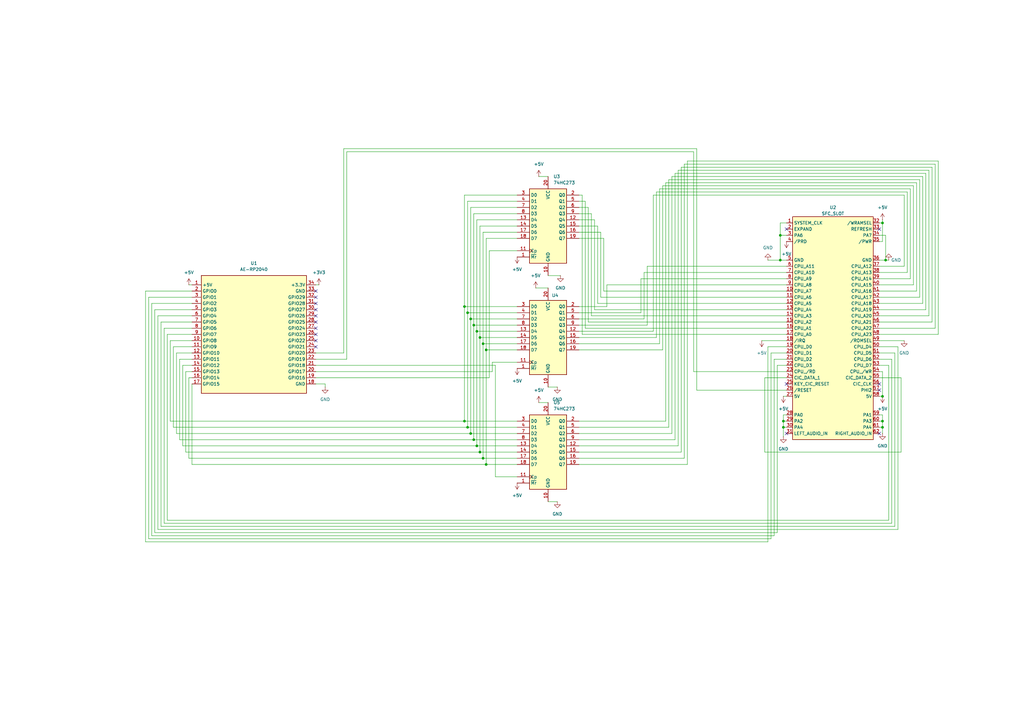
<source format=kicad_sch>
(kicad_sch (version 20231120) (generator "eeschema") (generator_version "8.0")
  (paper "A3")
  (lib_symbols
    (symbol "74xx:74HC273"
      (property "Reference" "U" (at -7.62 16.51 0))
      (property "Value" "74HC273" (at -7.62 -16.51 0))
      (symbol "74HC273_1_0"
        (pin input line (at -12.7 -12.7 0) (length 5.08) (name "~{Mr}") (number "1"))
        (pin power_in line (at 0 -20.32 90) (length 5.08) (name "GND") (number "10"))
        (pin input clock (at -12.7 -10.16 0) (length 5.08) (name "Cp") (number "11"))
        (pin output line (at 12.7 2.54 180) (length 5.08) (name "Q4") (number "12"))
        (pin input line (at -12.7 2.54 0) (length 5.08) (name "D4") (number "13"))
        (pin input line (at -12.7 0 0) (length 5.08) (name "D5") (number "14"))
        (pin output line (at 12.7 0 180) (length 5.08) (name "Q5") (number "15"))
        (pin output line (at 12.7 -2.54 180) (length 5.08) (name "Q6") (number "16"))
        (pin input line (at -12.7 -2.54 0) (length 5.08) (name "D6") (number "17"))
        (pin input line (at -12.7 -5.08 0) (length 5.08) (name "D7") (number "18"))
        (pin output line (at 12.7 -5.08 180) (length 5.08) (name "Q7") (number "19"))
        (pin output line (at 12.7 12.7 180) (length 5.08) (name "Q0") (number "2"))
        (pin power_in line (at 0 20.32 270) (length 5.08) (name "VCC") (number "20"))
        (pin input line (at -12.7 12.7 0) (length 5.08) (name "D0") (number "3"))
        (pin input line (at -12.7 10.16 0) (length 5.08) (name "D1") (number "4"))
        (pin output line (at 12.7 10.16 180) (length 5.08) (name "Q1") (number "5"))
        (pin output line (at 12.7 7.62 180) (length 5.08) (name "Q2") (number "6"))
        (pin input line (at -12.7 7.62 0) (length 5.08) (name "D2") (number "7"))
        (pin input line (at -12.7 5.08 0) (length 5.08) (name "D3") (number "8"))
        (pin output line (at 12.7 5.08 180) (length 5.08) (name "Q3") (number "9"))
      )
      (symbol "74HC273_1_1"
        (rectangle (start -7.62 15.24) (end 7.62 -15.24) (stroke (width 0.254)) (fill (type background)))
      )
    )
    (symbol "AE-RP2040:AE-RP2040"
      (property "Reference" "U1" (at 0 46.99 0))
      (property "Value" "AE-RP2040" (at 0 44.45 0))
      (symbol "AE-RP2040_0_1"
        (rectangle (start -21.59 41.91) (end 21.59 -6.35) (stroke (width 0.254)) (fill (type background)))
      )
      (symbol "AE-RP2040_1_1"
        (pin power_out line (at -25.4 38.1 0) (length 3.81) (name "+5V") (number "1"))
        (pin bidirectional line (at -25.4 15.24 0) (length 3.81) (name "GPIO8") (number "10"))
        (pin bidirectional line (at -25.4 12.7 0) (length 3.81) (name "GPIO9") (number "11"))
        (pin bidirectional line (at -25.4 10.16 0) (length 3.81) (name "GPIO10") (number "12"))
        (pin bidirectional line (at -25.4 7.62 0) (length 3.81) (name "GPIO11") (number "13"))
        (pin bidirectional line (at -25.4 5.08 0) (length 3.81) (name "GPIO12") (number "14"))
        (pin bidirectional line (at -25.4 2.54 0) (length 3.81) (name "GPIO13") (number "15"))
        (pin bidirectional line (at -25.4 0 0) (length 3.81) (name "GPIO14") (number "16"))
        (pin bidirectional line (at -25.4 -2.54 0) (length 3.81) (name "GPIO15") (number "17"))
        (pin power_out line (at 25.4 -2.54 180) (length 3.81) (name "GND") (number "18"))
        (pin bidirectional line (at 25.4 0 180) (length 3.81) (name "GPIO16") (number "19"))
        (pin bidirectional line (at -25.4 35.56 0) (length 3.81) (name "GPIO0") (number "2"))
        (pin bidirectional line (at 25.4 2.54 180) (length 3.81) (name "GPIO17") (number "20"))
        (pin bidirectional line (at 25.4 5.08 180) (length 3.81) (name "GPIO18") (number "21"))
        (pin bidirectional line (at 25.4 7.62 180) (length 3.81) (name "GPIO19") (number "22"))
        (pin bidirectional line (at 25.4 10.16 180) (length 3.81) (name "GPIO20") (number "23"))
        (pin bidirectional line (at 25.4 12.7 180) (length 3.81) (name "GPIO21") (number "24"))
        (pin bidirectional line (at 25.4 15.24 180) (length 3.81) (name "GPIO22") (number "25"))
        (pin bidirectional line (at 25.4 17.78 180) (length 3.81) (name "GPIO23") (number "26"))
        (pin bidirectional line (at 25.4 20.32 180) (length 3.81) (name "GPIO24") (number "27"))
        (pin bidirectional line (at 25.4 22.86 180) (length 3.81) (name "GPIO25") (number "28"))
        (pin bidirectional line (at 25.4 25.4 180) (length 3.81) (name "GPIO26") (number "29"))
        (pin bidirectional line (at -25.4 33.02 0) (length 3.81) (name "GPIO1") (number "3"))
        (pin bidirectional line (at 25.4 27.94 180) (length 3.81) (name "GPIO27") (number "30"))
        (pin bidirectional line (at 25.4 30.48 180) (length 3.81) (name "GPIO28") (number "31"))
        (pin bidirectional line (at 25.4 33.02 180) (length 3.81) (name "GPIO29") (number "32"))
        (pin power_out line (at 25.4 35.56 180) (length 3.81) (name "GND") (number "33"))
        (pin power_out line (at 25.4 38.1 180) (length 3.81) (name "+3.3V") (number "34"))
        (pin bidirectional line (at -25.4 30.48 0) (length 3.81) (name "GPIO2") (number "4"))
        (pin bidirectional line (at -25.4 27.94 0) (length 3.81) (name "GPIO3") (number "5"))
        (pin bidirectional line (at -25.4 25.4 0) (length 3.81) (name "GPIO4") (number "6"))
        (pin bidirectional line (at -25.4 22.86 0) (length 3.81) (name "GPIO5") (number "7"))
        (pin bidirectional line (at -25.4 20.32 0) (length 3.81) (name "GPIO6") (number "8"))
        (pin bidirectional line (at -25.4 17.78 0) (length 3.81) (name "GPIO7") (number "9"))
      )
    )
    (symbol "AE-RP2040:SFC_SLOT"
      (property "Reference" "U" (at 0 0 0))
      (property "Value" "SFC_SLOT" (at 0.508 -2.286 0))
      (symbol "SFC_SLOT_0_1"
        (rectangle (start -16.51 46.99) (end 16.51 -44.45) (stroke (width 0.254)) (fill (type background)))
      )
      (symbol "SFC_SLOT_1_1"
        (pin input line (at -19.05 44.45 0) (length 2.54) (name "SYSTEM_CLK") (number "1"))
        (pin input line (at -19.05 16.51 0) (length 2.54) (name "CPU_A7") (number "10"))
        (pin input line (at -19.05 13.97 0) (length 2.54) (name "CPU_A6") (number "11"))
        (pin input line (at -19.05 11.43 0) (length 2.54) (name "CPU_A5") (number "12"))
        (pin input line (at -19.05 8.89 0) (length 2.54) (name "CPU_A4") (number "13"))
        (pin input line (at -19.05 6.35 0) (length 2.54) (name "CPU_A3") (number "14"))
        (pin input line (at -19.05 3.81 0) (length 2.54) (name "CPU_A2") (number "15"))
        (pin input line (at -19.05 1.27 0) (length 2.54) (name "CPU_A1") (number "16"))
        (pin input line (at -19.05 -1.27 0) (length 2.54) (name "CPU_A0") (number "17"))
        (pin input line (at -19.05 -3.81 0) (length 2.54) (name "/IRQ") (number "18"))
        (pin output line (at -19.05 -6.35 0) (length 2.54) (name "CPU_D0") (number "19"))
        (pin bidirectional line (at -19.05 41.91 0) (length 2.54) (name "EXPAND") (number "2"))
        (pin output line (at -19.05 -8.89 0) (length 2.54) (name "CPU_D1") (number "20"))
        (pin output line (at -19.05 -11.43 0) (length 2.54) (name "CPU_D2") (number "21"))
        (pin output line (at -19.05 -13.97 0) (length 2.54) (name "CPU_D3") (number "22"))
        (pin input line (at -19.05 -16.51 0) (length 2.54) (name "CPU_/RD") (number "23"))
        (pin bidirectional line (at -19.05 -19.05 0) (length 2.54) (name "CIC_DATA_1") (number "24"))
        (pin input line (at -19.05 -21.59 0) (length 2.54) (name "KEY_CIC_RESET") (number "25"))
        (pin input line (at -19.05 -24.13 0) (length 2.54) (name "/RESET") (number "26"))
        (pin power_in line (at -19.05 -26.67 0) (length 2.54) (name "5V") (number "27"))
        (pin input line (at -19.05 -34.29 0) (length 2.54) (name "PA0") (number "28"))
        (pin input line (at -19.05 -36.83 0) (length 2.54) (name "PA2") (number "29"))
        (pin input line (at -19.05 39.37 0) (length 2.54) (name "PA6") (number "3"))
        (pin input line (at -19.05 -39.37 0) (length 2.54) (name "PA4") (number "30"))
        (pin output line (at -19.05 -41.91 0) (length 2.54) (name "LEFT_AUDIO_IN") (number "31"))
        (pin input line (at 19.05 44.45 180) (length 2.54) (name "/WRAMSEL") (number "32"))
        (pin bidirectional line (at 19.05 41.91 180) (length 2.54) (name "REFRESH") (number "33"))
        (pin input line (at 19.05 39.37 180) (length 2.54) (name "PA7") (number "34"))
        (pin input line (at 19.05 36.83 180) (length 2.54) (name "/PWR") (number "35"))
        (pin power_in line (at 19.05 29.21 180) (length 2.54) (name "GND") (number "36"))
        (pin input line (at 19.05 26.67 180) (length 2.54) (name "CPU_A12") (number "37"))
        (pin input line (at 19.05 24.13 180) (length 2.54) (name "CPU_A13") (number "38"))
        (pin input line (at 19.05 21.59 180) (length 2.54) (name "CPU_A14") (number "39"))
        (pin input line (at -19.05 36.83 0) (length 2.54) (name "/PRD") (number "4"))
        (pin input line (at 19.05 19.05 180) (length 2.54) (name "CPU_A15") (number "40"))
        (pin input line (at 19.05 16.51 180) (length 2.54) (name "CPU_A16") (number "41"))
        (pin input line (at 19.05 13.97 180) (length 2.54) (name "CPU_A17") (number "42"))
        (pin input line (at 19.05 11.43 180) (length 2.54) (name "CPU_A18") (number "43"))
        (pin input line (at 19.05 8.89 180) (length 2.54) (name "CPU_A19") (number "44"))
        (pin input line (at 19.05 6.35 180) (length 2.54) (name "CPU_A20") (number "45"))
        (pin input line (at 19.05 3.81 180) (length 2.54) (name "CPU_A21") (number "46"))
        (pin input line (at 19.05 1.27 180) (length 2.54) (name "CPU_A22") (number "47"))
        (pin input line (at 19.05 -1.27 180) (length 2.54) (name "CPU_A23") (number "48"))
        (pin input line (at 19.05 -3.81 180) (length 2.54) (name "/ROMSEL") (number "49"))
        (pin power_in line (at -19.05 29.21 0) (length 2.54) (name "GND") (number "5"))
        (pin output line (at 19.05 -6.35 180) (length 2.54) (name "CPU_D4") (number "50"))
        (pin output line (at 19.05 -8.89 180) (length 2.54) (name "CPU_D5") (number "51"))
        (pin output line (at 19.05 -11.43 180) (length 2.54) (name "CPU_D6") (number "52"))
        (pin output line (at 19.05 -13.97 180) (length 2.54) (name "CPU_D7") (number "53"))
        (pin input line (at 19.05 -16.51 180) (length 2.54) (name "CPU_/WR") (number "54"))
        (pin bidirectional line (at 19.05 -19.05 180) (length 2.54) (name "CIC_DATA_2") (number "55"))
        (pin bidirectional line (at 19.05 -21.59 180) (length 2.54) (name "CIC_CLK") (number "56"))
        (pin bidirectional line (at 19.05 -24.13 180) (length 2.54) (name "PHI2") (number "57"))
        (pin power_in line (at 19.05 -26.67 180) (length 2.54) (name "5V") (number "58"))
        (pin input line (at 19.05 -34.29 180) (length 2.54) (name "PA1") (number "59"))
        (pin input line (at -19.05 26.67 0) (length 2.54) (name "CPU_A11") (number "6"))
        (pin input line (at 19.05 -36.83 180) (length 2.54) (name "PA3") (number "60"))
        (pin input line (at 19.05 -39.37 180) (length 2.54) (name "PA4") (number "61"))
        (pin output line (at 19.05 -41.91 180) (length 2.54) (name "RIGHT_AUDIO_IN") (number "62"))
        (pin input line (at -19.05 24.13 0) (length 2.54) (name "CPU_A10") (number "7"))
        (pin input line (at -19.05 21.59 0) (length 2.54) (name "CPU_A9") (number "8"))
        (pin input line (at -19.05 19.05 0) (length 2.54) (name "CPU_A8") (number "9"))
      )
    )
    (symbol "power:+3V3" (power) (pin_numbers hide) (pin_names (offset 0) hide)
      (property "Value" "+3V3" (at 0 3.556 0))
      (symbol "+3V3_0_1"
        (polyline (pts (xy -0.762 1.27) (xy 0 2.54)))
        (polyline (pts (xy 0 0) (xy 0 2.54)))
        (polyline (pts (xy 0 2.54) (xy 0.762 1.27)))
      )
      (symbol "+3V3_1_1"
        (pin power_in line (at 0 0 90) (length 0) (name "~") (number "1"))
      )
    )
    (symbol "power:+5V" (power) (pin_numbers hide) (pin_names (offset 0) hide)
      (property "Value" "+5V" (at 0 3.556 0))
      (symbol "+5V_0_1"
        (polyline (pts (xy -0.762 1.27) (xy 0 2.54)))
        (polyline (pts (xy 0 0) (xy 0 2.54)))
        (polyline (pts (xy 0 2.54) (xy 0.762 1.27)))
      )
      (symbol "+5V_1_1"
        (pin power_in line (at 0 0 90) (length 0) (name "~") (number "1"))
      )
    )
    (symbol "power:GND" (power) (pin_numbers hide) (pin_names (offset 0) hide)
      (property "Value" "GND" (at 0 -3.81 0))
      (symbol "GND_0_1"
        (polyline (pts (xy 0 0) (xy 0 -1.27) (xy 1.27 -1.27) (xy 0 -2.54) (xy -1.27 -1.27) (xy 0 -1.27)))
      )
      (symbol "GND_1_1"
        (pin power_in line (at 0 0 270) (length 0) (name "~") (number "1"))
      )
    )
  )
  (junction (at 198.12 187.96))
  (junction (at 196.85 138.43))
  (junction (at 361.95 175.26))
  (junction (at 194.31 180.34))
  (junction (at 320.04 106.68))
  (junction (at 320.04 96.52))
  (junction (at 361.95 162.56))
  (junction (at 191.77 128.27))
  (junction (at 195.58 182.88))
  (junction (at 196.85 185.42))
  (junction (at 190.5 172.72))
  (junction (at 195.58 135.89))
  (junction (at 321.31 175.26))
  (junction (at 199.39 143.51))
  (junction (at 363.22 106.68))
  (junction (at 191.77 175.26))
  (junction (at 361.95 172.72))
  (junction (at 361.95 91.44))
  (junction (at 193.04 177.8))
  (junction (at 190.5 125.73))
  (junction (at 198.12 140.97))
  (junction (at 193.04 130.81))
  (junction (at 321.31 172.72))
  (junction (at 199.39 190.5))
  (junction (at 194.31 133.35))
  (no_connect (at 322.58 157.48))
  (no_connect (at 129.54 137.16))
  (no_connect (at 360.68 157.48))
  (no_connect (at 129.54 129.54))
  (no_connect (at 129.54 142.24))
  (no_connect (at 129.54 134.62))
  (no_connect (at 360.68 93.98))
  (no_connect (at 129.54 121.92))
  (no_connect (at 129.54 124.46))
  (no_connect (at 360.68 177.8))
  (no_connect (at 322.58 93.98))
  (no_connect (at 322.58 177.8))
  (no_connect (at 360.68 160.02))
  (no_connect (at 129.54 119.38))
  (no_connect (at 129.54 139.7))
  (no_connect (at 129.54 132.08))
  (no_connect (at 129.54 127))
  (wire (pts (xy 237.49 140.97) (xy 270.51 140.97)))
  (wire (pts (xy 229.87 113.03) (xy 224.79 113.03)))
  (wire (pts (xy 212.09 143.51) (xy 199.39 143.51)))
  (wire (pts (xy 281.94 190.5) (xy 281.94 66.04)))
  (wire (pts (xy 228.6 158.75) (xy 224.79 158.75)))
  (wire (pts (xy 72.39 144.78) (xy 72.39 177.8)))
  (wire (pts (xy 241.3 85.09) (xy 241.3 132.08)))
  (wire (pts (xy 246.38 121.92) (xy 322.58 121.92)))
  (wire (pts (xy 374.65 116.84) (xy 360.68 116.84)))
  (wire (pts (xy 74.93 149.86) (xy 74.93 182.88)))
  (wire (pts (xy 78.74 121.92) (xy 60.96 121.92)))
  (wire (pts (xy 382.27 132.08) (xy 360.68 132.08)))
  (wire (pts (xy 269.24 138.43) (xy 269.24 78.74)))
  (wire (pts (xy 237.49 177.8) (xy 275.59 177.8)))
  (wire (pts (xy 198.12 140.97) (xy 198.12 187.96)))
  (wire (pts (xy 262.89 114.3) (xy 322.58 114.3)))
  (wire (pts (xy 71.12 142.24) (xy 71.12 175.26)))
  (wire (pts (xy 320.04 106.68) (xy 322.58 106.68)))
  (wire (pts (xy 275.59 72.39) (xy 378.46 72.39)))
  (wire (pts (xy 242.57 87.63) (xy 242.57 129.54)))
  (wire (pts (xy 129.54 152.4) (xy 201.93 152.4)))
  (wire (pts (xy 360.68 91.44) (xy 361.95 91.44)))
  (wire (pts (xy 190.5 125.73) (xy 190.5 80.01)))
  (wire (pts (xy 322.58 162.56) (xy 321.31 162.56)))
  (wire (pts (xy 212.09 92.71) (xy 196.85 92.71)))
  (wire (pts (xy 195.58 135.89) (xy 212.09 135.89)))
  (wire (pts (xy 322.58 147.32) (xy 317.5 147.32)))
  (wire (pts (xy 365.76 214.63) (xy 67.31 214.63)))
  (wire (pts (xy 64.77 217.17) (xy 64.77 129.54)))
  (wire (pts (xy 322.58 172.72) (xy 321.31 172.72)))
  (wire (pts (xy 374.65 76.2) (xy 374.65 116.84)))
  (wire (pts (xy 59.69 222.25) (xy 59.69 119.38)))
  (wire (pts (xy 198.12 95.25) (xy 198.12 140.97)))
  (wire (pts (xy 200.66 102.87) (xy 212.09 102.87)))
  (wire (pts (xy 368.3 142.24) (xy 368.3 217.17)))
  (wire (pts (xy 78.74 144.78) (xy 72.39 144.78)))
  (wire (pts (xy 262.89 128.27) (xy 262.89 114.3)))
  (wire (pts (xy 314.96 106.68) (xy 320.04 106.68)))
  (wire (pts (xy 194.31 180.34) (xy 212.09 180.34)))
  (wire (pts (xy 237.49 182.88) (xy 278.13 182.88)))
  (wire (pts (xy 361.95 170.18) (xy 361.95 172.72)))
  (wire (pts (xy 195.58 182.88) (xy 212.09 182.88)))
  (wire (pts (xy 316.23 220.98) (xy 316.23 144.78)))
  (wire (pts (xy 191.77 128.27) (xy 191.77 175.26)))
  (wire (pts (xy 360.68 96.52) (xy 363.22 96.52)))
  (wire (pts (xy 320.04 96.52) (xy 320.04 106.68)))
  (wire (pts (xy 212.09 130.81) (xy 193.04 130.81)))
  (wire (pts (xy 360.68 147.32) (xy 365.76 147.32)))
  (wire (pts (xy 73.66 147.32) (xy 73.66 180.34)))
  (wire (pts (xy 264.16 130.81) (xy 264.16 111.76)))
  (wire (pts (xy 193.04 130.81) (xy 193.04 177.8)))
  (wire (pts (xy 237.49 85.09) (xy 241.3 85.09)))
  (wire (pts (xy 322.58 152.4) (xy 284.48 152.4)))
  (wire (pts (xy 190.5 125.73) (xy 190.5 172.72)))
  (wire (pts (xy 74.93 182.88) (xy 195.58 182.88)))
  (wire (pts (xy 247.65 97.79) (xy 247.65 119.38)))
  (wire (pts (xy 142.24 62.23) (xy 284.48 62.23)))
  (wire (pts (xy 285.75 60.96) (xy 140.97 60.96)))
  (wire (pts (xy 321.31 170.18) (xy 321.31 172.72)))
  (wire (pts (xy 212.09 82.55) (xy 191.77 82.55)))
  (wire (pts (xy 142.24 147.32) (xy 142.24 62.23)))
  (wire (pts (xy 243.84 127) (xy 322.58 127)))
  (wire (pts (xy 360.68 152.4) (xy 361.95 152.4)))
  (wire (pts (xy 365.76 147.32) (xy 365.76 214.63)))
  (wire (pts (xy 237.49 172.72) (xy 273.05 172.72)))
  (wire (pts (xy 78.74 137.16) (xy 68.58 137.16)))
  (wire (pts (xy 269.24 78.74) (xy 372.11 78.74)))
  (wire (pts (xy 59.69 119.38) (xy 78.74 119.38)))
  (wire (pts (xy 360.68 142.24) (xy 368.3 142.24)))
  (wire (pts (xy 360.68 106.68) (xy 363.22 106.68)))
  (wire (pts (xy 373.38 77.47) (xy 373.38 114.3)))
  (wire (pts (xy 370.84 80.01) (xy 370.84 109.22)))
  (wire (pts (xy 212.09 90.17) (xy 195.58 90.17)))
  (wire (pts (xy 245.11 92.71) (xy 245.11 124.46)))
  (wire (pts (xy 194.31 133.35) (xy 194.31 180.34)))
  (wire (pts (xy 193.04 85.09) (xy 193.04 130.81)))
  (wire (pts (xy 240.03 134.62) (xy 322.58 134.62)))
  (wire (pts (xy 67.31 214.63) (xy 67.31 134.62)))
  (wire (pts (xy 191.77 82.55) (xy 191.77 128.27)))
  (wire (pts (xy 237.49 95.25) (xy 246.38 95.25)))
  (wire (pts (xy 66.04 132.08) (xy 66.04 215.9)))
  (wire (pts (xy 237.49 87.63) (xy 242.57 87.63)))
  (wire (pts (xy 195.58 135.89) (xy 195.58 182.88)))
  (wire (pts (xy 195.58 90.17) (xy 195.58 135.89)))
  (wire (pts (xy 243.84 90.17) (xy 243.84 127)))
  (wire (pts (xy 237.49 125.73) (xy 248.92 125.73)))
  (wire (pts (xy 284.48 62.23) (xy 284.48 152.4)))
  (wire (pts (xy 78.74 157.48) (xy 78.74 190.5)))
  (wire (pts (xy 377.19 121.92) (xy 360.68 121.92)))
  (wire (pts (xy 361.95 175.26) (xy 361.95 177.8)))
  (wire (pts (xy 317.5 147.32) (xy 317.5 219.71)))
  (wire (pts (xy 322.58 170.18) (xy 321.31 170.18)))
  (wire (pts (xy 279.4 185.42) (xy 279.4 68.58)))
  (wire (pts (xy 237.49 180.34) (xy 276.86 180.34)))
  (wire (pts (xy 68.58 137.16) (xy 68.58 213.36)))
  (wire (pts (xy 241.3 132.08) (xy 322.58 132.08)))
  (wire (pts (xy 237.49 80.01) (xy 238.76 80.01)))
  (wire (pts (xy 381 69.85) (xy 381 129.54)))
  (wire (pts (xy 219.71 118.11) (xy 224.79 118.11)))
  (wire (pts (xy 237.49 187.96) (xy 280.67 187.96)))
  (wire (pts (xy 375.92 119.38) (xy 360.68 119.38)))
  (wire (pts (xy 369.57 185.42) (xy 369.57 154.94)))
  (wire (pts (xy 360.68 172.72) (xy 361.95 172.72)))
  (wire (pts (xy 66.04 215.9) (xy 367.03 215.9)))
  (wire (pts (xy 62.23 219.71) (xy 62.23 124.46)))
  (wire (pts (xy 279.4 68.58) (xy 382.27 68.58)))
  (wire (pts (xy 237.49 128.27) (xy 262.89 128.27)))
  (wire (pts (xy 198.12 187.96) (xy 212.09 187.96)))
  (wire (pts (xy 322.58 160.02) (xy 285.75 160.02)))
  (wire (pts (xy 199.39 97.79) (xy 199.39 143.51)))
  (wire (pts (xy 247.65 119.38) (xy 322.58 119.38)))
  (wire (pts (xy 285.75 160.02) (xy 285.75 60.96)))
  (wire (pts (xy 77.47 154.94) (xy 77.47 187.96)))
  (wire (pts (xy 276.86 180.34) (xy 276.86 71.12)))
  (wire (pts (xy 77.47 116.84) (xy 78.74 116.84)))
  (wire (pts (xy 133.35 157.48) (xy 129.54 157.48)))
  (wire (pts (xy 382.27 68.58) (xy 382.27 132.08)))
  (wire (pts (xy 60.96 121.92) (xy 60.96 220.98)))
  (wire (pts (xy 220.98 165.1) (xy 224.79 165.1)))
  (wire (pts (xy 270.51 140.97) (xy 270.51 77.47)))
  (wire (pts (xy 271.78 76.2) (xy 374.65 76.2)))
  (wire (pts (xy 238.76 80.01) (xy 238.76 137.16)))
  (wire (pts (xy 273.05 74.93) (xy 375.92 74.93)))
  (wire (pts (xy 78.74 139.7) (xy 69.85 139.7)))
  (wire (pts (xy 129.54 147.32) (xy 142.24 147.32)))
  (wire (pts (xy 190.5 125.73) (xy 212.09 125.73)))
  (wire (pts (xy 379.73 127) (xy 360.68 127)))
  (wire (pts (xy 237.49 135.89) (xy 267.97 135.89)))
  (wire (pts (xy 381 129.54) (xy 360.68 129.54)))
  (wire (pts (xy 69.85 172.72) (xy 190.5 172.72)))
  (wire (pts (xy 360.68 175.26) (xy 361.95 175.26)))
  (wire (pts (xy 237.49 90.17) (xy 243.84 90.17)))
  (wire (pts (xy 78.74 154.94) (xy 77.47 154.94)))
  (wire (pts (xy 367.03 215.9) (xy 367.03 144.78)))
  (wire (pts (xy 237.49 143.51) (xy 271.78 143.51)))
  (wire (pts (xy 274.32 73.66) (xy 377.19 73.66)))
  (wire (pts (xy 361.95 99.06) (xy 361.95 91.44)))
  (wire (pts (xy 220.98 72.39) (xy 224.79 72.39)))
  (wire (pts (xy 201.93 152.4) (xy 201.93 148.59)))
  (wire (pts (xy 313.69 185.42) (xy 369.57 185.42)))
  (wire (pts (xy 62.23 124.46) (xy 78.74 124.46)))
  (wire (pts (xy 63.5 127) (xy 63.5 218.44)))
  (wire (pts (xy 63.5 218.44) (xy 318.77 218.44)))
  (wire (pts (xy 196.85 138.43) (xy 212.09 138.43)))
  (wire (pts (xy 224.79 205.74) (xy 228.6 205.74)))
  (wire (pts (xy 322.58 91.44) (xy 320.04 91.44)))
  (wire (pts (xy 322.58 154.94) (xy 313.69 154.94)))
  (wire (pts (xy 196.85 138.43) (xy 196.85 185.42)))
  (wire (pts (xy 237.49 185.42) (xy 279.4 185.42)))
  (wire (pts (xy 203.2 195.58) (xy 212.09 195.58)))
  (wire (pts (xy 71.12 175.26) (xy 191.77 175.26)))
  (wire (pts (xy 373.38 114.3) (xy 360.68 114.3)))
  (wire (pts (xy 237.49 97.79) (xy 247.65 97.79)))
  (wire (pts (xy 237.49 82.55) (xy 240.03 82.55)))
  (wire (pts (xy 370.84 109.22) (xy 360.68 109.22)))
  (wire (pts (xy 318.77 149.86) (xy 322.58 149.86)))
  (wire (pts (xy 318.77 218.44) (xy 318.77 149.86)))
  (wire (pts (xy 267.97 135.89) (xy 267.97 80.01)))
  (wire (pts (xy 271.78 143.51) (xy 271.78 76.2)))
  (wire (pts (xy 314.96 142.24) (xy 314.96 222.25)))
  (wire (pts (xy 313.69 154.94) (xy 313.69 185.42)))
  (wire (pts (xy 129.54 154.94) (xy 200.66 154.94)))
  (wire (pts (xy 274.32 175.26) (xy 274.32 73.66)))
  (wire (pts (xy 280.67 187.96) (xy 280.67 67.31)))
  (wire (pts (xy 73.66 180.34) (xy 194.31 180.34)))
  (wire (pts (xy 237.49 133.35) (xy 265.43 133.35)))
  (wire (pts (xy 76.2 185.42) (xy 196.85 185.42)))
  (wire (pts (xy 78.74 152.4) (xy 76.2 152.4)))
  (wire (pts (xy 321.31 175.26) (xy 321.31 179.07)))
  (wire (pts (xy 78.74 127) (xy 63.5 127)))
  (wire (pts (xy 360.68 170.18) (xy 361.95 170.18)))
  (wire (pts (xy 199.39 143.51) (xy 199.39 190.5)))
  (wire (pts (xy 312.42 139.7) (xy 322.58 139.7)))
  (wire (pts (xy 265.43 133.35) (xy 265.43 109.22)))
  (wire (pts (xy 193.04 177.8) (xy 212.09 177.8)))
  (wire (pts (xy 377.19 73.66) (xy 377.19 121.92)))
  (wire (pts (xy 363.22 96.52) (xy 363.22 106.68)))
  (wire (pts (xy 212.09 140.97) (xy 198.12 140.97)))
  (wire (pts (xy 237.49 130.81) (xy 264.16 130.81)))
  (wire (pts (xy 361.95 172.72) (xy 361.95 175.26)))
  (wire (pts (xy 212.09 172.72) (xy 190.5 172.72)))
  (wire (pts (xy 60.96 220.98) (xy 316.23 220.98)))
  (wire (pts (xy 196.85 92.71) (xy 196.85 138.43)))
  (wire (pts (xy 265.43 109.22) (xy 322.58 109.22)))
  (wire (pts (xy 212.09 85.09) (xy 193.04 85.09)))
  (wire (pts (xy 360.68 139.7) (xy 370.84 139.7)))
  (wire (pts (xy 367.03 144.78) (xy 360.68 144.78)))
  (wire (pts (xy 245.11 124.46) (xy 322.58 124.46)))
  (wire (pts (xy 212.09 128.27) (xy 191.77 128.27)))
  (wire (pts (xy 237.49 92.71) (xy 245.11 92.71)))
  (wire (pts (xy 383.54 134.62) (xy 360.68 134.62)))
  (wire (pts (xy 375.92 74.93) (xy 375.92 119.38)))
  (wire (pts (xy 246.38 95.25) (xy 246.38 121.92)))
  (wire (pts (xy 212.09 87.63) (xy 194.31 87.63)))
  (wire (pts (xy 190.5 80.01) (xy 212.09 80.01)))
  (wire (pts (xy 130.81 116.84) (xy 129.54 116.84)))
  (wire (pts (xy 369.57 154.94) (xy 360.68 154.94)))
  (wire (pts (xy 240.03 82.55) (xy 240.03 134.62)))
  (wire (pts (xy 196.85 185.42) (xy 212.09 185.42)))
  (wire (pts (xy 273.05 172.72) (xy 273.05 74.93)))
  (wire (pts (xy 201.93 148.59) (xy 212.09 148.59)))
  (wire (pts (xy 78.74 149.86) (xy 74.93 149.86)))
  (wire (pts (xy 372.11 111.76) (xy 360.68 111.76)))
  (wire (pts (xy 140.97 60.96) (xy 140.97 144.78)))
  (wire (pts (xy 278.13 69.85) (xy 381 69.85)))
  (wire (pts (xy 69.85 139.7) (xy 69.85 172.72)))
  (wire (pts (xy 200.66 154.94) (xy 200.66 102.87)))
  (wire (pts (xy 314.96 222.25) (xy 59.69 222.25)))
  (wire (pts (xy 379.73 71.12) (xy 379.73 127)))
  (wire (pts (xy 276.86 71.12) (xy 379.73 71.12)))
  (wire (pts (xy 361.95 152.4) (xy 361.95 162.56)))
  (wire (pts (xy 267.97 80.01) (xy 370.84 80.01)))
  (wire (pts (xy 237.49 138.43) (xy 269.24 138.43)))
  (wire (pts (xy 212.09 97.79) (xy 199.39 97.79)))
  (wire (pts (xy 360.68 99.06) (xy 361.95 99.06)))
  (wire (pts (xy 242.57 129.54) (xy 322.58 129.54)))
  (wire (pts (xy 378.46 72.39) (xy 378.46 124.46)))
  (wire (pts (xy 78.74 147.32) (xy 73.66 147.32)))
  (wire (pts (xy 76.2 152.4) (xy 76.2 185.42)))
  (wire (pts (xy 317.5 219.71) (xy 62.23 219.71)))
  (wire (pts (xy 281.94 66.04) (xy 384.81 66.04)))
  (wire (pts (xy 72.39 177.8) (xy 193.04 177.8)))
  (wire (pts (xy 372.11 78.74) (xy 372.11 111.76)))
  (wire (pts (xy 199.39 190.5) (xy 212.09 190.5)))
  (wire (pts (xy 212.09 95.25) (xy 198.12 95.25)))
  (wire (pts (xy 194.31 133.35) (xy 212.09 133.35)))
  (wire (pts (xy 360.68 162.56) (xy 361.95 162.56)))
  (wire (pts (xy 191.77 175.26) (xy 212.09 175.26)))
  (wire (pts (xy 322.58 96.52) (xy 320.04 96.52)))
  (wire (pts (xy 129.54 149.86) (xy 203.2 149.86)))
  (wire (pts (xy 321.31 172.72) (xy 321.31 175.26)))
  (wire (pts (xy 237.49 175.26) (xy 274.32 175.26)))
  (wire (pts (xy 383.54 67.31) (xy 383.54 134.62)))
  (wire (pts (xy 78.74 190.5) (xy 199.39 190.5)))
  (wire (pts (xy 270.51 77.47) (xy 373.38 77.47)))
  (wire (pts (xy 68.58 213.36) (xy 364.49 213.36)))
  (wire (pts (xy 140.97 144.78) (xy 129.54 144.78)))
  (wire (pts (xy 316.23 144.78) (xy 322.58 144.78)))
  (wire (pts (xy 280.67 67.31) (xy 383.54 67.31)))
  (wire (pts (xy 275.59 177.8) (xy 275.59 72.39)))
  (wire (pts (xy 133.35 158.75) (xy 133.35 157.48)))
  (wire (pts (xy 238.76 137.16) (xy 322.58 137.16)))
  (wire (pts (xy 368.3 217.17) (xy 64.77 217.17)))
  (wire (pts (xy 378.46 124.46) (xy 360.68 124.46)))
  (wire (pts (xy 322.58 175.26) (xy 321.31 175.26)))
  (wire (pts (xy 320.04 91.44) (xy 320.04 96.52)))
  (wire (pts (xy 264.16 111.76) (xy 322.58 111.76)))
  (wire (pts (xy 363.22 106.68) (xy 364.49 106.68)))
  (wire (pts (xy 64.77 129.54) (xy 78.74 129.54)))
  (wire (pts (xy 361.95 90.17) (xy 361.95 91.44)))
  (wire (pts (xy 384.81 137.16) (xy 360.68 137.16)))
  (wire (pts (xy 364.49 213.36) (xy 364.49 149.86)))
  (wire (pts (xy 203.2 149.86) (xy 203.2 195.58)))
  (wire (pts (xy 77.47 187.96) (xy 198.12 187.96)))
  (wire (pts (xy 237.49 190.5) (xy 281.94 190.5)))
  (wire (pts (xy 384.81 66.04) (xy 384.81 137.16)))
  (wire (pts (xy 278.13 182.88) (xy 278.13 69.85)))
  (wire (pts (xy 78.74 142.24) (xy 71.12 142.24)))
  (wire (pts (xy 78.74 132.08) (xy 66.04 132.08)))
  (wire (pts (xy 248.92 125.73) (xy 248.92 116.84)))
  (wire (pts (xy 194.31 87.63) (xy 194.31 133.35)))
  (wire (pts (xy 67.31 134.62) (xy 78.74 134.62)))
  (wire (pts (xy 248.92 116.84) (xy 322.58 116.84)))
  (wire (pts (xy 364.49 149.86) (xy 360.68 149.86)))
  (wire (pts (xy 322.58 142.24) (xy 314.96 142.24)))
  (symbol (lib_id "power:+5V") (at 212.09 105.41 0) (mirror x) (unit 1)
    (property "Reference" "#PWR016" (effects (hide yes)))
    (property "Value" "+5V" (at 212.09 110.49 0))
    (property "Description" "Power symbol creates a global label with name \"+5V\"" (effects (hide yes)))
  )
  (symbol (lib_id "74xx:74HC273") (at 224.79 138.43 0) (unit 1)
    (property "Reference" "U4" (at 226.314 121.158 0) (effects (justify left)))
    (property "Value" "74HC273" (effects (hide yes)))
    (property "Footprint" "Package_DIP:DIP-20_W7.62mm_Socket" (effects (hide yes)))
    (property "Datasheet" "https://assets.nexperia.com/documents/data-sheet/74HC_HCT273.pdf" (effects (hide yes)))
    (property "Description" "8-bit D Flip-Flop, reset" (effects (hide yes)))
  )
  (symbol (lib_id "power:+5V") (at 77.47 116.84 0) (unit 1)
    (property "Reference" "#PWR06" (effects (hide yes)))
    (property "Value" "+5V" (at 77.47 111.76 0))
    (property "Description" "Power symbol creates a global label with name \"+5V\"" (effects (hide yes)))
  )
  (symbol (lib_id "AE-RP2040:SFC_SLOT") (at 341.63 135.89 0) (unit 1)
    (property "Reference" "U2" (at 341.63 85.09 0))
    (property "Value" "SFC_SLOT" (at 341.63 87.63 0))
    (property "Footprint" "snes-dumper:SFC_CART" (effects (hide yes)))
  )
  (symbol (lib_id "power:+5V") (at 361.95 90.17 0) (unit 1)
    (property "Reference" "#PWR014" (effects (hide yes)))
    (property "Value" "+5V" (at 361.95 85.09 0))
    (property "Description" "Power symbol creates a global label with name \"+5V\"" (effects (hide yes)))
  )
  (symbol (lib_id "AE-RP2040:AE-RP2040") (at 104.14 154.94 0) (unit 1)
    (property "Reference" "U1" (at 104.14 107.95 0))
    (property "Value" "AE-RP2040" (at 104.14 110.49 0))
    (property "Footprint" "AE-RP2040" (effects (hide yes)))
    (property "Description" "AE-RP2040" (effects (hide yes)))
  )
  (symbol (lib_id "power:GND") (at 228.6 158.75 0) (unit 1)
    (property "Reference" "#PWR010" (effects (hide yes)))
    (property "Value" "GND" (at 228.6 163.83 0))
    (property "Description" "Power symbol creates a global label with name \"GND\" , ground" (effects (hide yes)))
  )
  (symbol (lib_id "power:GND") (at 229.87 113.03 0) (unit 1)
    (property "Reference" "#PWR012" (effects (hide yes)))
    (property "Value" "GND" (at 229.87 118.11 0))
    (property "Description" "Power symbol creates a global label with name \"GND\" , ground" (effects (hide yes)))
  )
  (symbol (lib_id "power:+5V") (at 312.42 139.7 0) (mirror x) (unit 1)
    (property "Reference" "#PWR020" (effects (hide yes)))
    (property "Value" "+5V" (at 312.42 144.78 0))
    (property "Description" "Power symbol creates a global label with name \"+5V\"" (effects (hide yes)))
  )
  (symbol (lib_id "power:GND") (at 133.35 158.75 0) (unit 1)
    (property "Reference" "#PWR08" (effects (hide yes)))
    (property "Value" "GND" (at 133.35 163.83 0))
    (property "Description" "Power symbol creates a global label with name \"GND\" , ground" (effects (hide yes)))
  )
  (symbol (lib_id "74xx:74HC273") (at 224.79 92.71 0) (unit 1)
    (property "Reference" "U3" (at 226.9841 72.39 0) (effects (justify left)))
    (property "Value" "74HC273" (at 226.9841 74.93 0) (effects (justify left)))
    (property "Footprint" "Package_DIP:DIP-20_W7.62mm_Socket" (effects (hide yes)))
    (property "Datasheet" "https://assets.nexperia.com/documents/data-sheet/74HC_HCT273.pdf" (effects (hide yes)))
    (property "Description" "8-bit D Flip-Flop, reset" (effects (hide yes)))
  )
  (symbol (lib_id "power:GND") (at 314.96 106.68 0) (mirror x) (unit 1)
    (property "Reference" "#PWR018" (effects (hide yes)))
    (property "Value" "GND" (at 314.96 101.6 0))
    (property "Description" "Power symbol creates a global label with name \"GND\" , ground" (effects (hide yes)))
  )
  (symbol (lib_id "power:GND") (at 370.84 139.7 0) (unit 1)
    (property "Reference" "#PWR021" (effects (hide yes)))
    (property "Value" "GND" (at 370.84 144.78 0))
    (property "Description" "Power symbol creates a global label with name \"GND\" , ground" (effects (hide yes)))
  )
  (symbol (lib_id "power:+5V") (at 212.09 198.12 0) (mirror x) (unit 1)
    (property "Reference" "#PWR017" (effects (hide yes)))
    (property "Value" "+5V" (at 212.09 203.2 0))
    (property "Description" "Power symbol creates a global label with name \"+5V\"" (effects (hide yes)))
  )
  (symbol (lib_id "power:+5V") (at 212.09 151.13 0) (mirror x) (unit 1)
    (property "Reference" "#PWR015" (effects (hide yes)))
    (property "Value" "+5V" (at 212.09 156.21 0))
    (property "Description" "Power symbol creates a global label with name \"+5V\"" (effects (hide yes)))
  )
  (symbol (lib_id "power:+5V") (at 321.31 162.56 0) (mirror x) (unit 1)
    (property "Reference" "#PWR04" (effects (hide yes)))
    (property "Value" "+5V" (at 321.31 167.64 0))
    (property "Description" "Power symbol creates a global label with name \"+5V\"" (effects (hide yes)))
  )
  (symbol (lib_id "power:+5V") (at 219.71 118.11 0) (unit 1)
    (property "Reference" "#PWR02" (effects (hide yes)))
    (property "Value" "+5V" (at 219.71 113.03 0))
    (property "Description" "Power symbol creates a global label with name \"+5V\"" (effects (hide yes)))
  )
  (symbol (lib_id "power:GND") (at 228.6 205.74 0) (unit 1)
    (property "Reference" "#PWR011" (effects (hide yes)))
    (property "Value" "GND" (at 228.6 210.82 0))
    (property "Description" "Power symbol creates a global label with name \"GND\" , ground" (effects (hide yes)))
  )
  (symbol (lib_id "power:+5V") (at 220.98 72.39 0) (unit 1)
    (property "Reference" "#PWR01" (effects (hide yes)))
    (property "Value" "+5V" (at 220.98 67.31 0))
    (property "Description" "Power symbol creates a global label with name \"+5V\"" (effects (hide yes)))
  )
  (symbol (lib_id "power:+5V") (at 220.98 165.1 0) (unit 1)
    (property "Reference" "#PWR03" (effects (hide yes)))
    (property "Value" "+5V" (at 220.98 160.02 0))
    (property "Description" "Power symbol creates a global label with name \"+5V\"" (effects (hide yes)))
  )
  (symbol (lib_id "power:+3V3") (at 130.81 116.84 0) (unit 1)
    (property "Reference" "#PWR07" (effects (hide yes)))
    (property "Value" "+3V3" (at 130.81 111.76 0))
    (property "Description" "Power symbol creates a global label with name \"+3V3\"" (effects (hide yes)))
  )
  (symbol (lib_id "power:+5V") (at 361.95 162.56 0) (mirror x) (unit 1)
    (property "Reference" "#PWR05" (effects (hide yes)))
    (property "Value" "+5V" (at 361.95 167.64 0))
    (property "Description" "Power symbol creates a global label with name \"+5V\"" (effects (hide yes)))
  )
  (symbol (lib_id "power:GND") (at 321.31 179.07 0) (unit 1)
    (property "Reference" "#PWR029" (effects (hide yes)))
    (property "Value" "GND" (at 321.31 184.15 0))
    (property "Description" "Power symbol creates a global label with name \"GND\" , ground" (effects (hide yes)))
  )
  (symbol (lib_id "74xx:74HC273") (at 224.79 185.42 0) (unit 1)
    (property "Reference" "U5" (at 226.9841 165.1 0) (effects (justify left)))
    (property "Value" "74HC273" (at 226.9841 167.64 0) (effects (justify left)))
    (property "Footprint" "Package_DIP:DIP-20_W7.62mm_Socket" (effects (hide yes)))
    (property "Datasheet" "https://assets.nexperia.com/documents/data-sheet/74HC_HCT273.pdf" (effects (hide yes)))
    (property "Description" "8-bit D Flip-Flop, reset" (effects (hide yes)))
  )
  (symbol (lib_id "power:GND") (at 361.95 177.8 0) (unit 1)
    (property "Reference" "#PWR030" (effects (hide yes)))
    (property "Value" "GND" (at 361.95 182.88 0))
    (property "Description" "Power symbol creates a global label with name \"GND\" , ground" (effects (hide yes)))
  )
  (symbol (lib_id "power:GND") (at 364.49 106.68 0) (mirror x) (unit 1)
    (property "Reference" "#PWR013" (effects (hide yes)))
    (property "Value" "GND" (at 367.538 106.68 0))
    (property "Description" "Power symbol creates a global label with name \"GND\" , ground" (effects (hide yes)))
  )
  (symbol (lib_id "power:+5V") (at 322.58 99.06 0) (mirror x) (unit 1)
    (property "Reference" "#PWR019" (effects (hide yes)))
    (property "Value" "+5V" (at 322.58 104.14 0))
    (property "Description" "Power symbol creates a global label with name \"+5V\"" (effects (hide yes)))
  )
)
</source>
